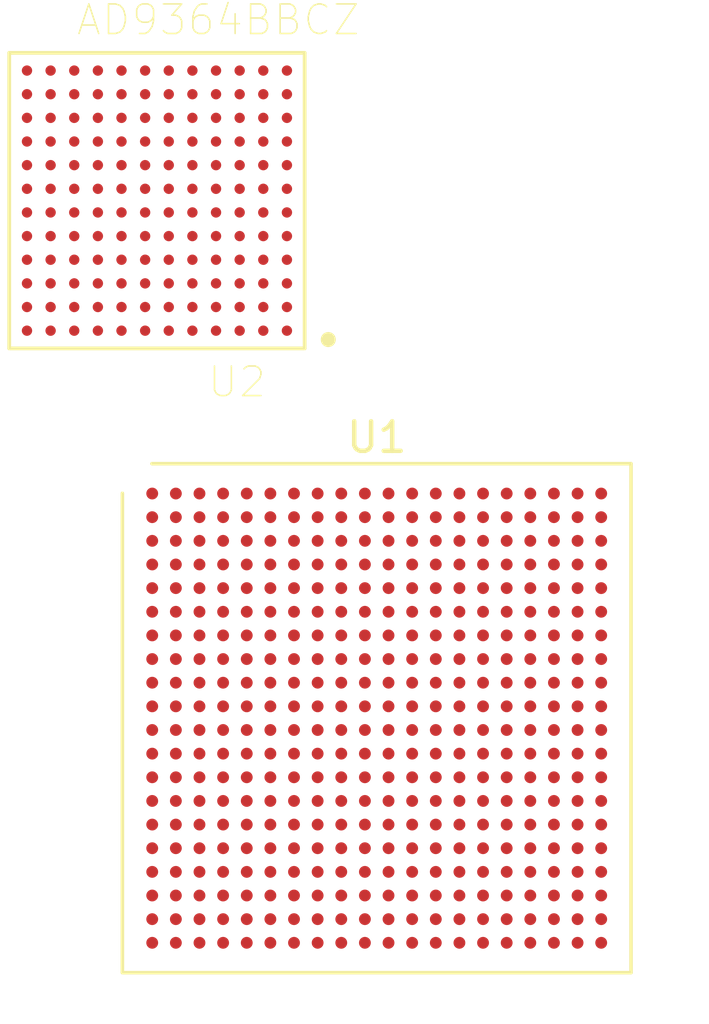
<source format=kicad_pcb>
(kicad_pcb (version 20171130) (host pcbnew "(5.1.4)-1")

  (general
    (thickness 1.6)
    (drawings 0)
    (tracks 0)
    (zones 0)
    (modules 2)
    (nets 99)
  )

  (page A4)
  (layers
    (0 F.Cu signal)
    (31 B.Cu signal)
    (32 B.Adhes user)
    (33 F.Adhes user)
    (34 B.Paste user)
    (35 F.Paste user)
    (36 B.SilkS user)
    (37 F.SilkS user)
    (38 B.Mask user)
    (39 F.Mask user)
    (40 Dwgs.User user)
    (41 Cmts.User user)
    (42 Eco1.User user)
    (43 Eco2.User user)
    (44 Edge.Cuts user)
    (45 Margin user)
    (46 B.CrtYd user)
    (47 F.CrtYd user)
    (48 B.Fab user)
    (49 F.Fab user)
  )

  (setup
    (last_trace_width 0.25)
    (trace_clearance 0.2)
    (zone_clearance 0.508)
    (zone_45_only no)
    (trace_min 0.2)
    (via_size 0.8)
    (via_drill 0.4)
    (via_min_size 0.4)
    (via_min_drill 0.3)
    (uvia_size 0.3)
    (uvia_drill 0.1)
    (uvias_allowed no)
    (uvia_min_size 0.2)
    (uvia_min_drill 0.1)
    (edge_width 0.1)
    (segment_width 0.2)
    (pcb_text_width 0.3)
    (pcb_text_size 1.5 1.5)
    (mod_edge_width 0.15)
    (mod_text_size 1 1)
    (mod_text_width 0.15)
    (pad_size 1.524 1.524)
    (pad_drill 0.762)
    (pad_to_mask_clearance 0)
    (aux_axis_origin 0 0)
    (visible_elements FFFFFF7F)
    (pcbplotparams
      (layerselection 0x010fc_ffffffff)
      (usegerberextensions false)
      (usegerberattributes false)
      (usegerberadvancedattributes false)
      (creategerberjobfile false)
      (excludeedgelayer true)
      (linewidth 0.100000)
      (plotframeref false)
      (viasonmask false)
      (mode 1)
      (useauxorigin false)
      (hpglpennumber 1)
      (hpglpenspeed 20)
      (hpglpendiameter 15.000000)
      (psnegative false)
      (psa4output false)
      (plotreference true)
      (plotvalue true)
      (plotinvisibletext false)
      (padsonsilk false)
      (subtractmaskfromsilk false)
      (outputformat 1)
      (mirror false)
      (drillshape 1)
      (scaleselection 1)
      (outputdirectory ""))
  )

  (net 0 "")
  (net 1 "Net-(U1-PadB20)")
  (net 2 "Net-(U1-PadB19)")
  (net 3 "Net-(U1-PadB18)")
  (net 4 "Net-(U1-PadB17)")
  (net 5 "Net-(U1-PadB16)")
  (net 6 "Net-(U1-PadB15)")
  (net 7 "Net-(U1-PadB14)")
  (net 8 "Net-(U1-PadB13)")
  (net 9 "Net-(U1-PadB12)")
  (net 10 "Net-(U1-PadB11)")
  (net 11 "Net-(U1-PadB10)")
  (net 12 "Net-(U1-PadB9)")
  (net 13 "Net-(U1-PadB8)")
  (net 14 "Net-(U1-PadB7)")
  (net 15 "Net-(U1-PadB6)")
  (net 16 "Net-(U1-PadB5)")
  (net 17 GPIO_3_TxRx)
  (net 18 GPIO_2_TxRx)
  (net 19 GPIO_1_TxRx)
  (net 20 GPIO_0_TxRx)
  (net 21 "Net-(U2-PadM12)")
  (net 22 GNDA)
  (net 23 "Net-(U2-PadK12)")
  (net 24 "Net-(U2-PadH12)")
  (net 25 "Net-(U2-PadG12)")
  (net 26 "Net-(U2-PadF12)")
  (net 27 "Net-(U2-PadD12)")
  (net 28 "Net-(U2-PadA12)")
  (net 29 "Net-(U2-PadM11)")
  (net 30 "Net-(U2-PadH11)")
  (net 31 "Net-(U2-PadG11)")
  (net 32 "Net-(U2-PadF11)")
  (net 33 "Net-(U2-PadB11)")
  (net 34 "Net-(U2-PadA11)")
  (net 35 "Net-(U2-PadM10)")
  (net 36 "Net-(U2-PadH10)")
  (net 37 "Net-(U2-PadB10)")
  (net 38 "Net-(U2-PadA10)")
  (net 39 "Net-(U2-PadM9)")
  (net 40 "Net-(U2-PadH9)")
  (net 41 "Net-(U2-PadG9)")
  (net 42 "Net-(U2-PadF9)")
  (net 43 "Net-(U2-PadB9)")
  (net 44 "Net-(U2-PadA9)")
  (net 45 "Net-(U2-PadM8)")
  (net 46 "Net-(U2-PadG8)")
  (net 47 "Net-(U2-PadB8)")
  (net 48 "Net-(U2-PadA8)")
  (net 49 "Net-(U2-PadM7)")
  (net 50 "Net-(U2-PadH7)")
  (net 51 "Net-(U2-PadG7)")
  (net 52 "Net-(U2-PadF7)")
  (net 53 "Net-(U2-PadA7)")
  (net 54 "Net-(U2-PadL6)")
  (net 55 "Net-(U2-PadK6)")
  (net 56 "Net-(U2-PadG6)")
  (net 57 "Net-(U2-PadF6)")
  (net 58 "Net-(U2-PadE6)")
  (net 59 "Net-(U2-PadD6)")
  (net 60 "Net-(U2-PadC6)")
  (net 61 "Net-(U2-PadM5)")
  (net 62 "Net-(U2-PadL5)")
  (net 63 "Net-(U2-PadK5)")
  (net 64 "Net-(U2-PadJ5)")
  (net 65 "Net-(U2-PadH5)")
  (net 66 "Net-(U2-PadF5)")
  (net 67 "Net-(U2-PadE5)")
  (net 68 "Net-(U2-PadD5)")
  (net 69 "Net-(U2-PadC5)")
  (net 70 "Net-(U2-PadL4)")
  (net 71 "Net-(U2-PadK4)")
  (net 72 "Net-(U2-PadJ4)")
  (net 73 "Net-(U2-PadH4)")
  (net 74 "Net-(U2-PadG4)")
  (net 75 "Net-(U2-PadF4)")
  (net 76 "Net-(U2-PadE4)")
  (net 77 "Net-(U2-PadD4)")
  (net 78 "Net-(U2-PadC4)")
  (net 79 "Net-(U2-PadM3)")
  (net 80 "Net-(U2-PadK3)")
  (net 81 "Net-(U2-PadJ3)")
  (net 82 "Net-(U2-PadG3)")
  (net 83 "Net-(U2-PadE3)")
  (net 84 "Net-(U2-PadD3)")
  (net 85 "Net-(U2-PadC3)")
  (net 86 "Net-(U2-PadB3)")
  (net 87 "Net-(U2-PadA3)")
  (net 88 "Net-(U2-PadM2)")
  (net 89 "Net-(U2-PadG2)")
  (net 90 "Net-(U2-PadF2)")
  (net 91 "Net-(U2-PadE2)")
  (net 92 "Net-(U2-PadD2)")
  (net 93 "Net-(U2-PadM1)")
  (net 94 "Net-(U2-PadL1)")
  (net 95 "Net-(U2-PadK1)")
  (net 96 "Net-(U2-PadJ1)")
  (net 97 "Net-(U2-PadH1)")
  (net 98 "Net-(U2-PadG1)")

  (net_class Default "This is the default net class."
    (clearance 0.2)
    (trace_width 0.25)
    (via_dia 0.8)
    (via_drill 0.4)
    (uvia_dia 0.3)
    (uvia_drill 0.1)
    (add_net GNDA)
    (add_net GPIO_0_TxRx)
    (add_net GPIO_1_TxRx)
    (add_net GPIO_2_TxRx)
    (add_net GPIO_3_TxRx)
    (add_net "Net-(U1-PadB10)")
    (add_net "Net-(U1-PadB11)")
    (add_net "Net-(U1-PadB12)")
    (add_net "Net-(U1-PadB13)")
    (add_net "Net-(U1-PadB14)")
    (add_net "Net-(U1-PadB15)")
    (add_net "Net-(U1-PadB16)")
    (add_net "Net-(U1-PadB17)")
    (add_net "Net-(U1-PadB18)")
    (add_net "Net-(U1-PadB19)")
    (add_net "Net-(U1-PadB20)")
    (add_net "Net-(U1-PadB5)")
    (add_net "Net-(U1-PadB6)")
    (add_net "Net-(U1-PadB7)")
    (add_net "Net-(U1-PadB8)")
    (add_net "Net-(U1-PadB9)")
    (add_net "Net-(U2-PadA10)")
    (add_net "Net-(U2-PadA11)")
    (add_net "Net-(U2-PadA12)")
    (add_net "Net-(U2-PadA3)")
    (add_net "Net-(U2-PadA7)")
    (add_net "Net-(U2-PadA8)")
    (add_net "Net-(U2-PadA9)")
    (add_net "Net-(U2-PadB10)")
    (add_net "Net-(U2-PadB11)")
    (add_net "Net-(U2-PadB3)")
    (add_net "Net-(U2-PadB8)")
    (add_net "Net-(U2-PadB9)")
    (add_net "Net-(U2-PadC3)")
    (add_net "Net-(U2-PadC4)")
    (add_net "Net-(U2-PadC5)")
    (add_net "Net-(U2-PadC6)")
    (add_net "Net-(U2-PadD12)")
    (add_net "Net-(U2-PadD2)")
    (add_net "Net-(U2-PadD3)")
    (add_net "Net-(U2-PadD4)")
    (add_net "Net-(U2-PadD5)")
    (add_net "Net-(U2-PadD6)")
    (add_net "Net-(U2-PadE2)")
    (add_net "Net-(U2-PadE3)")
    (add_net "Net-(U2-PadE4)")
    (add_net "Net-(U2-PadE5)")
    (add_net "Net-(U2-PadE6)")
    (add_net "Net-(U2-PadF11)")
    (add_net "Net-(U2-PadF12)")
    (add_net "Net-(U2-PadF2)")
    (add_net "Net-(U2-PadF4)")
    (add_net "Net-(U2-PadF5)")
    (add_net "Net-(U2-PadF6)")
    (add_net "Net-(U2-PadF7)")
    (add_net "Net-(U2-PadF9)")
    (add_net "Net-(U2-PadG1)")
    (add_net "Net-(U2-PadG11)")
    (add_net "Net-(U2-PadG12)")
    (add_net "Net-(U2-PadG2)")
    (add_net "Net-(U2-PadG3)")
    (add_net "Net-(U2-PadG4)")
    (add_net "Net-(U2-PadG6)")
    (add_net "Net-(U2-PadG7)")
    (add_net "Net-(U2-PadG8)")
    (add_net "Net-(U2-PadG9)")
    (add_net "Net-(U2-PadH1)")
    (add_net "Net-(U2-PadH10)")
    (add_net "Net-(U2-PadH11)")
    (add_net "Net-(U2-PadH12)")
    (add_net "Net-(U2-PadH4)")
    (add_net "Net-(U2-PadH5)")
    (add_net "Net-(U2-PadH7)")
    (add_net "Net-(U2-PadH9)")
    (add_net "Net-(U2-PadJ1)")
    (add_net "Net-(U2-PadJ3)")
    (add_net "Net-(U2-PadJ4)")
    (add_net "Net-(U2-PadJ5)")
    (add_net "Net-(U2-PadK1)")
    (add_net "Net-(U2-PadK12)")
    (add_net "Net-(U2-PadK3)")
    (add_net "Net-(U2-PadK4)")
    (add_net "Net-(U2-PadK5)")
    (add_net "Net-(U2-PadK6)")
    (add_net "Net-(U2-PadL1)")
    (add_net "Net-(U2-PadL4)")
    (add_net "Net-(U2-PadL5)")
    (add_net "Net-(U2-PadL6)")
    (add_net "Net-(U2-PadM1)")
    (add_net "Net-(U2-PadM10)")
    (add_net "Net-(U2-PadM11)")
    (add_net "Net-(U2-PadM12)")
    (add_net "Net-(U2-PadM2)")
    (add_net "Net-(U2-PadM3)")
    (add_net "Net-(U2-PadM5)")
    (add_net "Net-(U2-PadM7)")
    (add_net "Net-(U2-PadM8)")
    (add_net "Net-(U2-PadM9)")
  )

  (module BGA144C80P12X12_1000X1000X170:BGA144C80P12X12_1000X1000X170 (layer F.Cu) (tedit 0) (tstamp 5DDB5543)
    (at 141.41 97.2 180)
    (path /5DDAC124/5DDB81DD/5DDDB38D)
    (attr smd)
    (fp_text reference U2 (at -2.71 -6.135) (layer F.SilkS)
      (effects (font (size 1 1) (thickness 0.05)))
    )
    (fp_text value AD9364BBCZ (at -2.075 6.115) (layer F.SilkS)
      (effects (font (size 1 1) (thickness 0.05)))
    )
    (fp_poly (pts (xy -5 -5) (xy -3.75 -5) (xy -3.75 -3.75) (xy -5 -3.75)) (layer Eco2.User) (width 0))
    (fp_line (start -5.25 5.25) (end -5.25 -5.25) (layer Eco1.User) (width 0.127))
    (fp_line (start 5.25 5.25) (end -5.25 5.25) (layer Eco1.User) (width 0.127))
    (fp_line (start 5.25 -5.25) (end 5.25 5.25) (layer Eco1.User) (width 0.127))
    (fp_line (start -5.25 -5.25) (end 5.25 -5.25) (layer Eco1.User) (width 0.127))
    (fp_circle (center -5.8 -4.7) (end -5.546 -4.7) (layer F.SilkS) (width 0))
    (fp_line (start -5 5) (end -5 -5) (layer F.SilkS) (width 0.127))
    (fp_line (start 5 5) (end -5 5) (layer F.SilkS) (width 0.127))
    (fp_line (start 5 -5) (end 5 5) (layer F.SilkS) (width 0.127))
    (fp_line (start -5 -5) (end 5 -5) (layer F.SilkS) (width 0.127))
    (pad M12 smd circle (at 4.4 4.4 180) (size 0.35 0.35) (layers F.Cu F.Paste F.Mask)
      (net 21 "Net-(U2-PadM12)"))
    (pad L12 smd circle (at 4.4 3.6 180) (size 0.35 0.35) (layers F.Cu F.Paste F.Mask)
      (net 22 GNDA))
    (pad K12 smd circle (at 4.4 2.8 180) (size 0.35 0.35) (layers F.Cu F.Paste F.Mask)
      (net 23 "Net-(U2-PadK12)"))
    (pad J12 smd circle (at 4.4 2 180) (size 0.35 0.35) (layers F.Cu F.Paste F.Mask))
    (pad H12 smd circle (at 4.4 1.2 180) (size 0.35 0.35) (layers F.Cu F.Paste F.Mask)
      (net 24 "Net-(U2-PadH12)"))
    (pad G12 smd circle (at 4.4 0.4 180) (size 0.35 0.35) (layers F.Cu F.Paste F.Mask)
      (net 25 "Net-(U2-PadG12)"))
    (pad F12 smd circle (at 4.4 -0.4 180) (size 0.35 0.35) (layers F.Cu F.Paste F.Mask)
      (net 26 "Net-(U2-PadF12)"))
    (pad E12 smd circle (at 4.4 -1.2 180) (size 0.35 0.35) (layers F.Cu F.Paste F.Mask))
    (pad D12 smd circle (at 4.4 -2 180) (size 0.35 0.35) (layers F.Cu F.Paste F.Mask)
      (net 27 "Net-(U2-PadD12)"))
    (pad C12 smd circle (at 4.4 -2.8 180) (size 0.35 0.35) (layers F.Cu F.Paste F.Mask)
      (net 22 GNDA))
    (pad B12 smd circle (at 4.4 -3.6 180) (size 0.35 0.35) (layers F.Cu F.Paste F.Mask)
      (net 22 GNDA))
    (pad A12 smd circle (at 4.4 -4.4 180) (size 0.35 0.35) (layers F.Cu F.Paste F.Mask)
      (net 28 "Net-(U2-PadA12)"))
    (pad M11 smd circle (at 3.6 4.4 180) (size 0.35 0.35) (layers F.Cu F.Paste F.Mask)
      (net 29 "Net-(U2-PadM11)"))
    (pad L11 smd circle (at 3.6 3.6 180) (size 0.35 0.35) (layers F.Cu F.Paste F.Mask)
      (net 22 GNDA))
    (pad K11 smd circle (at 3.6 2.8 180) (size 0.35 0.35) (layers F.Cu F.Paste F.Mask))
    (pad J11 smd circle (at 3.6 2 180) (size 0.35 0.35) (layers F.Cu F.Paste F.Mask))
    (pad H11 smd circle (at 3.6 1.2 180) (size 0.35 0.35) (layers F.Cu F.Paste F.Mask)
      (net 30 "Net-(U2-PadH11)"))
    (pad G11 smd circle (at 3.6 0.4 180) (size 0.35 0.35) (layers F.Cu F.Paste F.Mask)
      (net 31 "Net-(U2-PadG11)"))
    (pad F11 smd circle (at 3.6 -0.4 180) (size 0.35 0.35) (layers F.Cu F.Paste F.Mask)
      (net 32 "Net-(U2-PadF11)"))
    (pad E11 smd circle (at 3.6 -1.2 180) (size 0.35 0.35) (layers F.Cu F.Paste F.Mask))
    (pad D11 smd circle (at 3.6 -2 180) (size 0.35 0.35) (layers F.Cu F.Paste F.Mask))
    (pad C11 smd circle (at 3.6 -2.8 180) (size 0.35 0.35) (layers F.Cu F.Paste F.Mask)
      (net 22 GNDA))
    (pad B11 smd circle (at 3.6 -3.6 180) (size 0.35 0.35) (layers F.Cu F.Paste F.Mask)
      (net 33 "Net-(U2-PadB11)"))
    (pad A11 smd circle (at 3.6 -4.4 180) (size 0.35 0.35) (layers F.Cu F.Paste F.Mask)
      (net 34 "Net-(U2-PadA11)"))
    (pad M10 smd circle (at 2.8 4.4 180) (size 0.35 0.35) (layers F.Cu F.Paste F.Mask)
      (net 35 "Net-(U2-PadM10)"))
    (pad L10 smd circle (at 2.8 3.6 180) (size 0.35 0.35) (layers F.Cu F.Paste F.Mask)
      (net 22 GNDA))
    (pad K10 smd circle (at 2.8 2.8 180) (size 0.35 0.35) (layers F.Cu F.Paste F.Mask))
    (pad J10 smd circle (at 2.8 2 180) (size 0.35 0.35) (layers F.Cu F.Paste F.Mask))
    (pad H10 smd circle (at 2.8 1.2 180) (size 0.35 0.35) (layers F.Cu F.Paste F.Mask)
      (net 36 "Net-(U2-PadH10)"))
    (pad G10 smd circle (at 2.8 0.4 180) (size 0.35 0.35) (layers F.Cu F.Paste F.Mask))
    (pad F10 smd circle (at 2.8 -0.4 180) (size 0.35 0.35) (layers F.Cu F.Paste F.Mask))
    (pad E10 smd circle (at 2.8 -1.2 180) (size 0.35 0.35) (layers F.Cu F.Paste F.Mask))
    (pad D10 smd circle (at 2.8 -2 180) (size 0.35 0.35) (layers F.Cu F.Paste F.Mask))
    (pad C10 smd circle (at 2.8 -2.8 180) (size 0.35 0.35) (layers F.Cu F.Paste F.Mask)
      (net 22 GNDA))
    (pad B10 smd circle (at 2.8 -3.6 180) (size 0.35 0.35) (layers F.Cu F.Paste F.Mask)
      (net 37 "Net-(U2-PadB10)"))
    (pad A10 smd circle (at 2.8 -4.4 180) (size 0.35 0.35) (layers F.Cu F.Paste F.Mask)
      (net 38 "Net-(U2-PadA10)"))
    (pad M9 smd circle (at 2 4.4 180) (size 0.35 0.35) (layers F.Cu F.Paste F.Mask)
      (net 39 "Net-(U2-PadM9)"))
    (pad L9 smd circle (at 2 3.6 180) (size 0.35 0.35) (layers F.Cu F.Paste F.Mask)
      (net 22 GNDA))
    (pad K9 smd circle (at 2 2.8 180) (size 0.35 0.35) (layers F.Cu F.Paste F.Mask))
    (pad J9 smd circle (at 2 2 180) (size 0.35 0.35) (layers F.Cu F.Paste F.Mask))
    (pad H9 smd circle (at 2 1.2 180) (size 0.35 0.35) (layers F.Cu F.Paste F.Mask)
      (net 40 "Net-(U2-PadH9)"))
    (pad G9 smd circle (at 2 0.4 180) (size 0.35 0.35) (layers F.Cu F.Paste F.Mask)
      (net 41 "Net-(U2-PadG9)"))
    (pad F9 smd circle (at 2 -0.4 180) (size 0.35 0.35) (layers F.Cu F.Paste F.Mask)
      (net 42 "Net-(U2-PadF9)"))
    (pad E9 smd circle (at 2 -1.2 180) (size 0.35 0.35) (layers F.Cu F.Paste F.Mask))
    (pad D9 smd circle (at 2 -2 180) (size 0.35 0.35) (layers F.Cu F.Paste F.Mask))
    (pad C9 smd circle (at 2 -2.8 180) (size 0.35 0.35) (layers F.Cu F.Paste F.Mask)
      (net 22 GNDA))
    (pad B9 smd circle (at 2 -3.6 180) (size 0.35 0.35) (layers F.Cu F.Paste F.Mask)
      (net 43 "Net-(U2-PadB9)"))
    (pad A9 smd circle (at 2 -4.4 180) (size 0.35 0.35) (layers F.Cu F.Paste F.Mask)
      (net 44 "Net-(U2-PadA9)"))
    (pad M8 smd circle (at 1.2 4.4 180) (size 0.35 0.35) (layers F.Cu F.Paste F.Mask)
      (net 45 "Net-(U2-PadM8)"))
    (pad L8 smd circle (at 1.2 3.6 180) (size 0.35 0.35) (layers F.Cu F.Paste F.Mask)
      (net 22 GNDA))
    (pad K8 smd circle (at 1.2 2.8 180) (size 0.35 0.35) (layers F.Cu F.Paste F.Mask))
    (pad J8 smd circle (at 1.2 2 180) (size 0.35 0.35) (layers F.Cu F.Paste F.Mask))
    (pad H8 smd circle (at 1.2 1.2 180) (size 0.35 0.35) (layers F.Cu F.Paste F.Mask))
    (pad G8 smd circle (at 1.2 0.4 180) (size 0.35 0.35) (layers F.Cu F.Paste F.Mask)
      (net 46 "Net-(U2-PadG8)"))
    (pad F8 smd circle (at 1.2 -0.4 180) (size 0.35 0.35) (layers F.Cu F.Paste F.Mask))
    (pad E8 smd circle (at 1.2 -1.2 180) (size 0.35 0.35) (layers F.Cu F.Paste F.Mask))
    (pad D8 smd circle (at 1.2 -2 180) (size 0.35 0.35) (layers F.Cu F.Paste F.Mask))
    (pad C8 smd circle (at 1.2 -2.8 180) (size 0.35 0.35) (layers F.Cu F.Paste F.Mask)
      (net 22 GNDA))
    (pad B8 smd circle (at 1.2 -3.6 180) (size 0.35 0.35) (layers F.Cu F.Paste F.Mask)
      (net 47 "Net-(U2-PadB8)"))
    (pad A8 smd circle (at 1.2 -4.4 180) (size 0.35 0.35) (layers F.Cu F.Paste F.Mask)
      (net 48 "Net-(U2-PadA8)"))
    (pad M7 smd circle (at 0.4 4.4 180) (size 0.35 0.35) (layers F.Cu F.Paste F.Mask)
      (net 49 "Net-(U2-PadM7)"))
    (pad L7 smd circle (at 0.4 3.6 180) (size 0.35 0.35) (layers F.Cu F.Paste F.Mask)
      (net 22 GNDA))
    (pad K7 smd circle (at 0.4 2.8 180) (size 0.35 0.35) (layers F.Cu F.Paste F.Mask))
    (pad J7 smd circle (at 0.4 2 180) (size 0.35 0.35) (layers F.Cu F.Paste F.Mask))
    (pad H7 smd circle (at 0.4 1.2 180) (size 0.35 0.35) (layers F.Cu F.Paste F.Mask)
      (net 50 "Net-(U2-PadH7)"))
    (pad G7 smd circle (at 0.4 0.4 180) (size 0.35 0.35) (layers F.Cu F.Paste F.Mask)
      (net 51 "Net-(U2-PadG7)"))
    (pad F7 smd circle (at 0.4 -0.4 180) (size 0.35 0.35) (layers F.Cu F.Paste F.Mask)
      (net 52 "Net-(U2-PadF7)"))
    (pad E7 smd circle (at 0.4 -1.2 180) (size 0.35 0.35) (layers F.Cu F.Paste F.Mask))
    (pad D7 smd circle (at 0.4 -2 180) (size 0.35 0.35) (layers F.Cu F.Paste F.Mask))
    (pad C7 smd circle (at 0.4 -2.8 180) (size 0.35 0.35) (layers F.Cu F.Paste F.Mask)
      (net 22 GNDA))
    (pad B7 smd circle (at 0.4 -3.6 180) (size 0.35 0.35) (layers F.Cu F.Paste F.Mask)
      (net 20 GPIO_0_TxRx))
    (pad A7 smd circle (at 0.4 -4.4 180) (size 0.35 0.35) (layers F.Cu F.Paste F.Mask)
      (net 53 "Net-(U2-PadA7)"))
    (pad M6 smd circle (at -0.4 4.4 180) (size 0.35 0.35) (layers F.Cu F.Paste F.Mask)
      (net 22 GNDA))
    (pad L6 smd circle (at -0.4 3.6 180) (size 0.35 0.35) (layers F.Cu F.Paste F.Mask)
      (net 54 "Net-(U2-PadL6)"))
    (pad K6 smd circle (at -0.4 2.8 180) (size 0.35 0.35) (layers F.Cu F.Paste F.Mask)
      (net 55 "Net-(U2-PadK6)"))
    (pad J6 smd circle (at -0.4 2 180) (size 0.35 0.35) (layers F.Cu F.Paste F.Mask))
    (pad H6 smd circle (at -0.4 1.2 180) (size 0.35 0.35) (layers F.Cu F.Paste F.Mask)
      (net 22 GNDA))
    (pad G6 smd circle (at -0.4 0.4 180) (size 0.35 0.35) (layers F.Cu F.Paste F.Mask)
      (net 56 "Net-(U2-PadG6)"))
    (pad F6 smd circle (at -0.4 -0.4 180) (size 0.35 0.35) (layers F.Cu F.Paste F.Mask)
      (net 57 "Net-(U2-PadF6)"))
    (pad E6 smd circle (at -0.4 -1.2 180) (size 0.35 0.35) (layers F.Cu F.Paste F.Mask)
      (net 58 "Net-(U2-PadE6)"))
    (pad D6 smd circle (at -0.4 -2 180) (size 0.35 0.35) (layers F.Cu F.Paste F.Mask)
      (net 59 "Net-(U2-PadD6)"))
    (pad C6 smd circle (at -0.4 -2.8 180) (size 0.35 0.35) (layers F.Cu F.Paste F.Mask)
      (net 60 "Net-(U2-PadC6)"))
    (pad B6 smd circle (at -0.4 -3.6 180) (size 0.35 0.35) (layers F.Cu F.Paste F.Mask)
      (net 19 GPIO_1_TxRx))
    (pad A6 smd circle (at -0.4 -4.4 180) (size 0.35 0.35) (layers F.Cu F.Paste F.Mask)
      (net 22 GNDA))
    (pad M5 smd circle (at -1.2 4.4 180) (size 0.35 0.35) (layers F.Cu F.Paste F.Mask)
      (net 61 "Net-(U2-PadM5)"))
    (pad L5 smd circle (at -1.2 3.6 180) (size 0.35 0.35) (layers F.Cu F.Paste F.Mask)
      (net 62 "Net-(U2-PadL5)"))
    (pad K5 smd circle (at -1.2 2.8 180) (size 0.35 0.35) (layers F.Cu F.Paste F.Mask)
      (net 63 "Net-(U2-PadK5)"))
    (pad J5 smd circle (at -1.2 2 180) (size 0.35 0.35) (layers F.Cu F.Paste F.Mask)
      (net 64 "Net-(U2-PadJ5)"))
    (pad H5 smd circle (at -1.2 1.2 180) (size 0.35 0.35) (layers F.Cu F.Paste F.Mask)
      (net 65 "Net-(U2-PadH5)"))
    (pad G5 smd circle (at -1.2 0.4 180) (size 0.35 0.35) (layers F.Cu F.Paste F.Mask))
    (pad F5 smd circle (at -1.2 -0.4 180) (size 0.35 0.35) (layers F.Cu F.Paste F.Mask)
      (net 66 "Net-(U2-PadF5)"))
    (pad E5 smd circle (at -1.2 -1.2 180) (size 0.35 0.35) (layers F.Cu F.Paste F.Mask)
      (net 67 "Net-(U2-PadE5)"))
    (pad D5 smd circle (at -1.2 -2 180) (size 0.35 0.35) (layers F.Cu F.Paste F.Mask)
      (net 68 "Net-(U2-PadD5)"))
    (pad C5 smd circle (at -1.2 -2.8 180) (size 0.35 0.35) (layers F.Cu F.Paste F.Mask)
      (net 69 "Net-(U2-PadC5)"))
    (pad B5 smd circle (at -1.2 -3.6 180) (size 0.35 0.35) (layers F.Cu F.Paste F.Mask)
      (net 18 GPIO_2_TxRx))
    (pad A5 smd circle (at -1.2 -4.4 180) (size 0.35 0.35) (layers F.Cu F.Paste F.Mask)
      (net 22 GNDA))
    (pad M4 smd circle (at -2 4.4 180) (size 0.35 0.35) (layers F.Cu F.Paste F.Mask)
      (net 22 GNDA))
    (pad L4 smd circle (at -2 3.6 180) (size 0.35 0.35) (layers F.Cu F.Paste F.Mask)
      (net 70 "Net-(U2-PadL4)"))
    (pad K4 smd circle (at -2 2.8 180) (size 0.35 0.35) (layers F.Cu F.Paste F.Mask)
      (net 71 "Net-(U2-PadK4)"))
    (pad J4 smd circle (at -2 2 180) (size 0.35 0.35) (layers F.Cu F.Paste F.Mask)
      (net 72 "Net-(U2-PadJ4)"))
    (pad H4 smd circle (at -2 1.2 180) (size 0.35 0.35) (layers F.Cu F.Paste F.Mask)
      (net 73 "Net-(U2-PadH4)"))
    (pad G4 smd circle (at -2 0.4 180) (size 0.35 0.35) (layers F.Cu F.Paste F.Mask)
      (net 74 "Net-(U2-PadG4)"))
    (pad F4 smd circle (at -2 -0.4 180) (size 0.35 0.35) (layers F.Cu F.Paste F.Mask)
      (net 75 "Net-(U2-PadF4)"))
    (pad E4 smd circle (at -2 -1.2 180) (size 0.35 0.35) (layers F.Cu F.Paste F.Mask)
      (net 76 "Net-(U2-PadE4)"))
    (pad D4 smd circle (at -2 -2 180) (size 0.35 0.35) (layers F.Cu F.Paste F.Mask)
      (net 77 "Net-(U2-PadD4)"))
    (pad C4 smd circle (at -2 -2.8 180) (size 0.35 0.35) (layers F.Cu F.Paste F.Mask)
      (net 78 "Net-(U2-PadC4)"))
    (pad B4 smd circle (at -2 -3.6 180) (size 0.35 0.35) (layers F.Cu F.Paste F.Mask)
      (net 17 GPIO_3_TxRx))
    (pad A4 smd circle (at -2 -4.4 180) (size 0.35 0.35) (layers F.Cu F.Paste F.Mask)
      (net 22 GNDA))
    (pad M3 smd circle (at -2.8 4.4 180) (size 0.35 0.35) (layers F.Cu F.Paste F.Mask)
      (net 79 "Net-(U2-PadM3)"))
    (pad L3 smd circle (at -2.8 3.6 180) (size 0.35 0.35) (layers F.Cu F.Paste F.Mask)
      (net 22 GNDA))
    (pad K3 smd circle (at -2.8 2.8 180) (size 0.35 0.35) (layers F.Cu F.Paste F.Mask)
      (net 80 "Net-(U2-PadK3)"))
    (pad J3 smd circle (at -2.8 2 180) (size 0.35 0.35) (layers F.Cu F.Paste F.Mask)
      (net 81 "Net-(U2-PadJ3)"))
    (pad H3 smd circle (at -2.8 1.2 180) (size 0.35 0.35) (layers F.Cu F.Paste F.Mask)
      (net 22 GNDA))
    (pad G3 smd circle (at -2.8 0.4 180) (size 0.35 0.35) (layers F.Cu F.Paste F.Mask)
      (net 82 "Net-(U2-PadG3)"))
    (pad F3 smd circle (at -2.8 -0.4 180) (size 0.35 0.35) (layers F.Cu F.Paste F.Mask)
      (net 22 GNDA))
    (pad E3 smd circle (at -2.8 -1.2 180) (size 0.35 0.35) (layers F.Cu F.Paste F.Mask)
      (net 83 "Net-(U2-PadE3)"))
    (pad D3 smd circle (at -2.8 -2 180) (size 0.35 0.35) (layers F.Cu F.Paste F.Mask)
      (net 84 "Net-(U2-PadD3)"))
    (pad C3 smd circle (at -2.8 -2.8 180) (size 0.35 0.35) (layers F.Cu F.Paste F.Mask)
      (net 85 "Net-(U2-PadC3)"))
    (pad B3 smd circle (at -2.8 -3.6 180) (size 0.35 0.35) (layers F.Cu F.Paste F.Mask)
      (net 86 "Net-(U2-PadB3)"))
    (pad A3 smd circle (at -2.8 -4.4 180) (size 0.35 0.35) (layers F.Cu F.Paste F.Mask)
      (net 87 "Net-(U2-PadA3)"))
    (pad M2 smd circle (at -3.6 4.4 180) (size 0.35 0.35) (layers F.Cu F.Paste F.Mask)
      (net 88 "Net-(U2-PadM2)"))
    (pad L2 smd circle (at -3.6 3.6 180) (size 0.35 0.35) (layers F.Cu F.Paste F.Mask)
      (net 22 GNDA))
    (pad K2 smd circle (at -3.6 2.8 180) (size 0.35 0.35) (layers F.Cu F.Paste F.Mask)
      (net 22 GNDA))
    (pad J2 smd circle (at -3.6 2 180) (size 0.35 0.35) (layers F.Cu F.Paste F.Mask)
      (net 22 GNDA))
    (pad H2 smd circle (at -3.6 1.2 180) (size 0.35 0.35) (layers F.Cu F.Paste F.Mask)
      (net 22 GNDA))
    (pad G2 smd circle (at -3.6 0.4 180) (size 0.35 0.35) (layers F.Cu F.Paste F.Mask)
      (net 89 "Net-(U2-PadG2)"))
    (pad F2 smd circle (at -3.6 -0.4 180) (size 0.35 0.35) (layers F.Cu F.Paste F.Mask)
      (net 90 "Net-(U2-PadF2)"))
    (pad E2 smd circle (at -3.6 -1.2 180) (size 0.35 0.35) (layers F.Cu F.Paste F.Mask)
      (net 91 "Net-(U2-PadE2)"))
    (pad D2 smd circle (at -3.6 -2 180) (size 0.35 0.35) (layers F.Cu F.Paste F.Mask)
      (net 92 "Net-(U2-PadD2)"))
    (pad C2 smd circle (at -3.6 -2.8 180) (size 0.35 0.35) (layers F.Cu F.Paste F.Mask)
      (net 22 GNDA))
    (pad B2 smd circle (at -3.6 -3.6 180) (size 0.35 0.35) (layers F.Cu F.Paste F.Mask)
      (net 22 GNDA))
    (pad A2 smd circle (at -3.6 -4.4 180) (size 0.35 0.35) (layers F.Cu F.Paste F.Mask)
      (net 22 GNDA))
    (pad M1 smd circle (at -4.4 4.4 180) (size 0.35 0.35) (layers F.Cu F.Paste F.Mask)
      (net 93 "Net-(U2-PadM1)"))
    (pad L1 smd circle (at -4.4 3.6 180) (size 0.35 0.35) (layers F.Cu F.Paste F.Mask)
      (net 94 "Net-(U2-PadL1)"))
    (pad K1 smd circle (at -4.4 2.8 180) (size 0.35 0.35) (layers F.Cu F.Paste F.Mask)
      (net 95 "Net-(U2-PadK1)"))
    (pad J1 smd circle (at -4.4 2 180) (size 0.35 0.35) (layers F.Cu F.Paste F.Mask)
      (net 96 "Net-(U2-PadJ1)"))
    (pad H1 smd circle (at -4.4 1.2 180) (size 0.35 0.35) (layers F.Cu F.Paste F.Mask)
      (net 97 "Net-(U2-PadH1)"))
    (pad G1 smd circle (at -4.4 0.4 180) (size 0.35 0.35) (layers F.Cu F.Paste F.Mask)
      (net 98 "Net-(U2-PadG1)"))
    (pad F1 smd circle (at -4.4 -0.4 180) (size 0.35 0.35) (layers F.Cu F.Paste F.Mask)
      (net 22 GNDA))
    (pad E1 smd circle (at -4.4 -1.2 180) (size 0.35 0.35) (layers F.Cu F.Paste F.Mask)
      (net 22 GNDA))
    (pad D1 smd circle (at -4.4 -2 180) (size 0.35 0.35) (layers F.Cu F.Paste F.Mask)
      (net 22 GNDA))
    (pad C1 smd circle (at -4.4 -2.8 180) (size 0.35 0.35) (layers F.Cu F.Paste F.Mask)
      (net 22 GNDA))
    (pad B1 smd circle (at -4.4 -3.6 180) (size 0.35 0.35) (layers F.Cu F.Paste F.Mask)
      (net 22 GNDA))
    (pad A1 smd circle (at -4.4 -4.4 180) (size 0.35 0.35) (layers F.Cu F.Paste F.Mask)
      (net 22 GNDA))
  )

  (module Package_BGA:Xilinx_CLG400 (layer F.Cu) (tedit 5CDADFA9) (tstamp 5DDB54A5)
    (at 148.85 114.71)
    (descr "Zynq-7000 BGA, 20x20 grid, 17x17mm package, 0.8mm pitch; https://www.xilinx.com/support/documentation/user_guides/ug865-Zynq-7000-Pkg-Pinout.pdf#page=78, NSMD pad definition Appendix A")
    (tags "BGA 400 0.8 CLG400 CL400")
    (path /5DE35227/5DDDC62C/5DDDDC60)
    (solder_mask_margin 0.05)
    (attr smd)
    (fp_text reference U1 (at 0 -9.5) (layer F.SilkS)
      (effects (font (size 1 1) (thickness 0.15)))
    )
    (fp_text value XC7010-1CLG400C_AzizFaozi (at 0 9.5) (layer F.Fab)
      (effects (font (size 1 1) (thickness 0.15)))
    )
    (fp_text user %R (at 0 0) (layer F.Fab)
      (effects (font (size 1 1) (thickness 0.15)))
    )
    (fp_line (start -8.61 8.61) (end -8.61 -7.61) (layer F.SilkS) (width 0.12))
    (fp_line (start 8.61 8.61) (end -8.61 8.61) (layer F.SilkS) (width 0.12))
    (fp_line (start 8.61 -8.61) (end 8.61 8.61) (layer F.SilkS) (width 0.12))
    (fp_line (start -7.61 -8.61) (end 8.61 -8.61) (layer F.SilkS) (width 0.12))
    (fp_line (start 9.5 -9.5) (end -9.5 -9.5) (layer F.CrtYd) (width 0.05))
    (fp_line (start 9.5 9.5) (end 9.5 -9.5) (layer F.CrtYd) (width 0.05))
    (fp_line (start -9.5 9.5) (end 9.5 9.5) (layer F.CrtYd) (width 0.05))
    (fp_line (start -9.5 -9.5) (end -9.5 9.5) (layer F.CrtYd) (width 0.05))
    (fp_line (start 8.5 -8.5) (end 8.5 8.5) (layer F.Fab) (width 0.1))
    (fp_line (start -7.5 -8.5) (end 8.5 -8.5) (layer F.Fab) (width 0.1))
    (fp_line (start -8.5 -7.5) (end -7.5 -8.5) (layer F.Fab) (width 0.1))
    (fp_line (start -8.5 8.5) (end -8.5 -7.5) (layer F.Fab) (width 0.1))
    (fp_line (start 8.5 8.5) (end -8.5 8.5) (layer F.Fab) (width 0.1))
    (pad Y20 smd circle (at 7.6 7.6) (size 0.4 0.4) (layers F.Cu F.Paste F.Mask))
    (pad Y19 smd circle (at 6.8 7.6) (size 0.4 0.4) (layers F.Cu F.Paste F.Mask))
    (pad Y18 smd circle (at 6 7.6) (size 0.4 0.4) (layers F.Cu F.Paste F.Mask))
    (pad Y17 smd circle (at 5.2 7.6) (size 0.4 0.4) (layers F.Cu F.Paste F.Mask))
    (pad Y16 smd circle (at 4.4 7.6) (size 0.4 0.4) (layers F.Cu F.Paste F.Mask))
    (pad Y15 smd circle (at 3.6 7.6) (size 0.4 0.4) (layers F.Cu F.Paste F.Mask))
    (pad Y14 smd circle (at 2.8 7.6) (size 0.4 0.4) (layers F.Cu F.Paste F.Mask))
    (pad Y13 smd circle (at 2 7.6) (size 0.4 0.4) (layers F.Cu F.Paste F.Mask))
    (pad Y12 smd circle (at 1.2 7.6) (size 0.4 0.4) (layers F.Cu F.Paste F.Mask))
    (pad Y11 smd circle (at 0.4 7.6) (size 0.4 0.4) (layers F.Cu F.Paste F.Mask))
    (pad Y10 smd circle (at -0.4 7.6) (size 0.4 0.4) (layers F.Cu F.Paste F.Mask))
    (pad Y9 smd circle (at -1.2 7.6) (size 0.4 0.4) (layers F.Cu F.Paste F.Mask))
    (pad Y8 smd circle (at -2 7.6) (size 0.4 0.4) (layers F.Cu F.Paste F.Mask))
    (pad Y7 smd circle (at -2.8 7.6) (size 0.4 0.4) (layers F.Cu F.Paste F.Mask))
    (pad Y6 smd circle (at -3.6 7.6) (size 0.4 0.4) (layers F.Cu F.Paste F.Mask))
    (pad Y5 smd circle (at -4.4 7.6) (size 0.4 0.4) (layers F.Cu F.Paste F.Mask))
    (pad Y4 smd circle (at -5.2 7.6) (size 0.4 0.4) (layers F.Cu F.Paste F.Mask))
    (pad Y3 smd circle (at -6 7.6) (size 0.4 0.4) (layers F.Cu F.Paste F.Mask))
    (pad Y2 smd circle (at -6.8 7.6) (size 0.4 0.4) (layers F.Cu F.Paste F.Mask))
    (pad Y1 smd circle (at -7.6 7.6) (size 0.4 0.4) (layers F.Cu F.Paste F.Mask))
    (pad W20 smd circle (at 7.6 6.8) (size 0.4 0.4) (layers F.Cu F.Paste F.Mask))
    (pad W19 smd circle (at 6.8 6.8) (size 0.4 0.4) (layers F.Cu F.Paste F.Mask))
    (pad W18 smd circle (at 6 6.8) (size 0.4 0.4) (layers F.Cu F.Paste F.Mask))
    (pad W17 smd circle (at 5.2 6.8) (size 0.4 0.4) (layers F.Cu F.Paste F.Mask))
    (pad W16 smd circle (at 4.4 6.8) (size 0.4 0.4) (layers F.Cu F.Paste F.Mask))
    (pad W15 smd circle (at 3.6 6.8) (size 0.4 0.4) (layers F.Cu F.Paste F.Mask))
    (pad W14 smd circle (at 2.8 6.8) (size 0.4 0.4) (layers F.Cu F.Paste F.Mask))
    (pad W13 smd circle (at 2 6.8) (size 0.4 0.4) (layers F.Cu F.Paste F.Mask))
    (pad W12 smd circle (at 1.2 6.8) (size 0.4 0.4) (layers F.Cu F.Paste F.Mask))
    (pad W11 smd circle (at 0.4 6.8) (size 0.4 0.4) (layers F.Cu F.Paste F.Mask))
    (pad W10 smd circle (at -0.4 6.8) (size 0.4 0.4) (layers F.Cu F.Paste F.Mask))
    (pad W9 smd circle (at -1.2 6.8) (size 0.4 0.4) (layers F.Cu F.Paste F.Mask))
    (pad W8 smd circle (at -2 6.8) (size 0.4 0.4) (layers F.Cu F.Paste F.Mask))
    (pad W7 smd circle (at -2.8 6.8) (size 0.4 0.4) (layers F.Cu F.Paste F.Mask))
    (pad W6 smd circle (at -3.6 6.8) (size 0.4 0.4) (layers F.Cu F.Paste F.Mask))
    (pad W5 smd circle (at -4.4 6.8) (size 0.4 0.4) (layers F.Cu F.Paste F.Mask))
    (pad W4 smd circle (at -5.2 6.8) (size 0.4 0.4) (layers F.Cu F.Paste F.Mask))
    (pad W3 smd circle (at -6 6.8) (size 0.4 0.4) (layers F.Cu F.Paste F.Mask))
    (pad W2 smd circle (at -6.8 6.8) (size 0.4 0.4) (layers F.Cu F.Paste F.Mask))
    (pad W1 smd circle (at -7.6 6.8) (size 0.4 0.4) (layers F.Cu F.Paste F.Mask))
    (pad V20 smd circle (at 7.6 6) (size 0.4 0.4) (layers F.Cu F.Paste F.Mask))
    (pad V19 smd circle (at 6.8 6) (size 0.4 0.4) (layers F.Cu F.Paste F.Mask))
    (pad V18 smd circle (at 6 6) (size 0.4 0.4) (layers F.Cu F.Paste F.Mask))
    (pad V17 smd circle (at 5.2 6) (size 0.4 0.4) (layers F.Cu F.Paste F.Mask))
    (pad V16 smd circle (at 4.4 6) (size 0.4 0.4) (layers F.Cu F.Paste F.Mask))
    (pad V15 smd circle (at 3.6 6) (size 0.4 0.4) (layers F.Cu F.Paste F.Mask))
    (pad V14 smd circle (at 2.8 6) (size 0.4 0.4) (layers F.Cu F.Paste F.Mask))
    (pad V13 smd circle (at 2 6) (size 0.4 0.4) (layers F.Cu F.Paste F.Mask))
    (pad V12 smd circle (at 1.2 6) (size 0.4 0.4) (layers F.Cu F.Paste F.Mask))
    (pad V11 smd circle (at 0.4 6) (size 0.4 0.4) (layers F.Cu F.Paste F.Mask))
    (pad V10 smd circle (at -0.4 6) (size 0.4 0.4) (layers F.Cu F.Paste F.Mask))
    (pad V9 smd circle (at -1.2 6) (size 0.4 0.4) (layers F.Cu F.Paste F.Mask))
    (pad V8 smd circle (at -2 6) (size 0.4 0.4) (layers F.Cu F.Paste F.Mask))
    (pad V7 smd circle (at -2.8 6) (size 0.4 0.4) (layers F.Cu F.Paste F.Mask))
    (pad V6 smd circle (at -3.6 6) (size 0.4 0.4) (layers F.Cu F.Paste F.Mask))
    (pad V5 smd circle (at -4.4 6) (size 0.4 0.4) (layers F.Cu F.Paste F.Mask))
    (pad V4 smd circle (at -5.2 6) (size 0.4 0.4) (layers F.Cu F.Paste F.Mask))
    (pad V3 smd circle (at -6 6) (size 0.4 0.4) (layers F.Cu F.Paste F.Mask))
    (pad V2 smd circle (at -6.8 6) (size 0.4 0.4) (layers F.Cu F.Paste F.Mask))
    (pad V1 smd circle (at -7.6 6) (size 0.4 0.4) (layers F.Cu F.Paste F.Mask))
    (pad U20 smd circle (at 7.6 5.2) (size 0.4 0.4) (layers F.Cu F.Paste F.Mask))
    (pad U19 smd circle (at 6.8 5.2) (size 0.4 0.4) (layers F.Cu F.Paste F.Mask))
    (pad U18 smd circle (at 6 5.2) (size 0.4 0.4) (layers F.Cu F.Paste F.Mask))
    (pad U17 smd circle (at 5.2 5.2) (size 0.4 0.4) (layers F.Cu F.Paste F.Mask))
    (pad U16 smd circle (at 4.4 5.2) (size 0.4 0.4) (layers F.Cu F.Paste F.Mask))
    (pad U15 smd circle (at 3.6 5.2) (size 0.4 0.4) (layers F.Cu F.Paste F.Mask))
    (pad U14 smd circle (at 2.8 5.2) (size 0.4 0.4) (layers F.Cu F.Paste F.Mask))
    (pad U13 smd circle (at 2 5.2) (size 0.4 0.4) (layers F.Cu F.Paste F.Mask))
    (pad U12 smd circle (at 1.2 5.2) (size 0.4 0.4) (layers F.Cu F.Paste F.Mask))
    (pad U11 smd circle (at 0.4 5.2) (size 0.4 0.4) (layers F.Cu F.Paste F.Mask))
    (pad U10 smd circle (at -0.4 5.2) (size 0.4 0.4) (layers F.Cu F.Paste F.Mask))
    (pad U9 smd circle (at -1.2 5.2) (size 0.4 0.4) (layers F.Cu F.Paste F.Mask))
    (pad U8 smd circle (at -2 5.2) (size 0.4 0.4) (layers F.Cu F.Paste F.Mask))
    (pad U7 smd circle (at -2.8 5.2) (size 0.4 0.4) (layers F.Cu F.Paste F.Mask))
    (pad U6 smd circle (at -3.6 5.2) (size 0.4 0.4) (layers F.Cu F.Paste F.Mask))
    (pad U5 smd circle (at -4.4 5.2) (size 0.4 0.4) (layers F.Cu F.Paste F.Mask))
    (pad U4 smd circle (at -5.2 5.2) (size 0.4 0.4) (layers F.Cu F.Paste F.Mask))
    (pad U3 smd circle (at -6 5.2) (size 0.4 0.4) (layers F.Cu F.Paste F.Mask))
    (pad U2 smd circle (at -6.8 5.2) (size 0.4 0.4) (layers F.Cu F.Paste F.Mask))
    (pad U1 smd circle (at -7.6 5.2) (size 0.4 0.4) (layers F.Cu F.Paste F.Mask))
    (pad T20 smd circle (at 7.6 4.4) (size 0.4 0.4) (layers F.Cu F.Paste F.Mask))
    (pad T19 smd circle (at 6.8 4.4) (size 0.4 0.4) (layers F.Cu F.Paste F.Mask))
    (pad T18 smd circle (at 6 4.4) (size 0.4 0.4) (layers F.Cu F.Paste F.Mask))
    (pad T17 smd circle (at 5.2 4.4) (size 0.4 0.4) (layers F.Cu F.Paste F.Mask))
    (pad T16 smd circle (at 4.4 4.4) (size 0.4 0.4) (layers F.Cu F.Paste F.Mask))
    (pad T15 smd circle (at 3.6 4.4) (size 0.4 0.4) (layers F.Cu F.Paste F.Mask))
    (pad T14 smd circle (at 2.8 4.4) (size 0.4 0.4) (layers F.Cu F.Paste F.Mask))
    (pad T13 smd circle (at 2 4.4) (size 0.4 0.4) (layers F.Cu F.Paste F.Mask))
    (pad T12 smd circle (at 1.2 4.4) (size 0.4 0.4) (layers F.Cu F.Paste F.Mask))
    (pad T11 smd circle (at 0.4 4.4) (size 0.4 0.4) (layers F.Cu F.Paste F.Mask))
    (pad T10 smd circle (at -0.4 4.4) (size 0.4 0.4) (layers F.Cu F.Paste F.Mask))
    (pad T9 smd circle (at -1.2 4.4) (size 0.4 0.4) (layers F.Cu F.Paste F.Mask))
    (pad T8 smd circle (at -2 4.4) (size 0.4 0.4) (layers F.Cu F.Paste F.Mask))
    (pad T7 smd circle (at -2.8 4.4) (size 0.4 0.4) (layers F.Cu F.Paste F.Mask))
    (pad T6 smd circle (at -3.6 4.4) (size 0.4 0.4) (layers F.Cu F.Paste F.Mask))
    (pad T5 smd circle (at -4.4 4.4) (size 0.4 0.4) (layers F.Cu F.Paste F.Mask))
    (pad T4 smd circle (at -5.2 4.4) (size 0.4 0.4) (layers F.Cu F.Paste F.Mask))
    (pad T3 smd circle (at -6 4.4) (size 0.4 0.4) (layers F.Cu F.Paste F.Mask))
    (pad T2 smd circle (at -6.8 4.4) (size 0.4 0.4) (layers F.Cu F.Paste F.Mask))
    (pad T1 smd circle (at -7.6 4.4) (size 0.4 0.4) (layers F.Cu F.Paste F.Mask))
    (pad R20 smd circle (at 7.6 3.6) (size 0.4 0.4) (layers F.Cu F.Paste F.Mask))
    (pad R19 smd circle (at 6.8 3.6) (size 0.4 0.4) (layers F.Cu F.Paste F.Mask))
    (pad R18 smd circle (at 6 3.6) (size 0.4 0.4) (layers F.Cu F.Paste F.Mask))
    (pad R17 smd circle (at 5.2 3.6) (size 0.4 0.4) (layers F.Cu F.Paste F.Mask))
    (pad R16 smd circle (at 4.4 3.6) (size 0.4 0.4) (layers F.Cu F.Paste F.Mask))
    (pad R15 smd circle (at 3.6 3.6) (size 0.4 0.4) (layers F.Cu F.Paste F.Mask))
    (pad R14 smd circle (at 2.8 3.6) (size 0.4 0.4) (layers F.Cu F.Paste F.Mask))
    (pad R13 smd circle (at 2 3.6) (size 0.4 0.4) (layers F.Cu F.Paste F.Mask))
    (pad R12 smd circle (at 1.2 3.6) (size 0.4 0.4) (layers F.Cu F.Paste F.Mask))
    (pad R11 smd circle (at 0.4 3.6) (size 0.4 0.4) (layers F.Cu F.Paste F.Mask))
    (pad R10 smd circle (at -0.4 3.6) (size 0.4 0.4) (layers F.Cu F.Paste F.Mask))
    (pad R9 smd circle (at -1.2 3.6) (size 0.4 0.4) (layers F.Cu F.Paste F.Mask))
    (pad R8 smd circle (at -2 3.6) (size 0.4 0.4) (layers F.Cu F.Paste F.Mask))
    (pad R7 smd circle (at -2.8 3.6) (size 0.4 0.4) (layers F.Cu F.Paste F.Mask))
    (pad R6 smd circle (at -3.6 3.6) (size 0.4 0.4) (layers F.Cu F.Paste F.Mask))
    (pad R5 smd circle (at -4.4 3.6) (size 0.4 0.4) (layers F.Cu F.Paste F.Mask))
    (pad R4 smd circle (at -5.2 3.6) (size 0.4 0.4) (layers F.Cu F.Paste F.Mask))
    (pad R3 smd circle (at -6 3.6) (size 0.4 0.4) (layers F.Cu F.Paste F.Mask))
    (pad R2 smd circle (at -6.8 3.6) (size 0.4 0.4) (layers F.Cu F.Paste F.Mask))
    (pad R1 smd circle (at -7.6 3.6) (size 0.4 0.4) (layers F.Cu F.Paste F.Mask))
    (pad P20 smd circle (at 7.6 2.8) (size 0.4 0.4) (layers F.Cu F.Paste F.Mask))
    (pad P19 smd circle (at 6.8 2.8) (size 0.4 0.4) (layers F.Cu F.Paste F.Mask))
    (pad P18 smd circle (at 6 2.8) (size 0.4 0.4) (layers F.Cu F.Paste F.Mask))
    (pad P17 smd circle (at 5.2 2.8) (size 0.4 0.4) (layers F.Cu F.Paste F.Mask))
    (pad P16 smd circle (at 4.4 2.8) (size 0.4 0.4) (layers F.Cu F.Paste F.Mask))
    (pad P15 smd circle (at 3.6 2.8) (size 0.4 0.4) (layers F.Cu F.Paste F.Mask))
    (pad P14 smd circle (at 2.8 2.8) (size 0.4 0.4) (layers F.Cu F.Paste F.Mask))
    (pad P13 smd circle (at 2 2.8) (size 0.4 0.4) (layers F.Cu F.Paste F.Mask))
    (pad P12 smd circle (at 1.2 2.8) (size 0.4 0.4) (layers F.Cu F.Paste F.Mask))
    (pad P11 smd circle (at 0.4 2.8) (size 0.4 0.4) (layers F.Cu F.Paste F.Mask))
    (pad P10 smd circle (at -0.4 2.8) (size 0.4 0.4) (layers F.Cu F.Paste F.Mask))
    (pad P9 smd circle (at -1.2 2.8) (size 0.4 0.4) (layers F.Cu F.Paste F.Mask))
    (pad P8 smd circle (at -2 2.8) (size 0.4 0.4) (layers F.Cu F.Paste F.Mask))
    (pad P7 smd circle (at -2.8 2.8) (size 0.4 0.4) (layers F.Cu F.Paste F.Mask))
    (pad P6 smd circle (at -3.6 2.8) (size 0.4 0.4) (layers F.Cu F.Paste F.Mask))
    (pad P5 smd circle (at -4.4 2.8) (size 0.4 0.4) (layers F.Cu F.Paste F.Mask))
    (pad P4 smd circle (at -5.2 2.8) (size 0.4 0.4) (layers F.Cu F.Paste F.Mask))
    (pad P3 smd circle (at -6 2.8) (size 0.4 0.4) (layers F.Cu F.Paste F.Mask))
    (pad P2 smd circle (at -6.8 2.8) (size 0.4 0.4) (layers F.Cu F.Paste F.Mask))
    (pad P1 smd circle (at -7.6 2.8) (size 0.4 0.4) (layers F.Cu F.Paste F.Mask))
    (pad N20 smd circle (at 7.6 2) (size 0.4 0.4) (layers F.Cu F.Paste F.Mask))
    (pad N19 smd circle (at 6.8 2) (size 0.4 0.4) (layers F.Cu F.Paste F.Mask))
    (pad N18 smd circle (at 6 2) (size 0.4 0.4) (layers F.Cu F.Paste F.Mask))
    (pad N17 smd circle (at 5.2 2) (size 0.4 0.4) (layers F.Cu F.Paste F.Mask))
    (pad N16 smd circle (at 4.4 2) (size 0.4 0.4) (layers F.Cu F.Paste F.Mask))
    (pad N15 smd circle (at 3.6 2) (size 0.4 0.4) (layers F.Cu F.Paste F.Mask))
    (pad N14 smd circle (at 2.8 2) (size 0.4 0.4) (layers F.Cu F.Paste F.Mask))
    (pad N13 smd circle (at 2 2) (size 0.4 0.4) (layers F.Cu F.Paste F.Mask))
    (pad N12 smd circle (at 1.2 2) (size 0.4 0.4) (layers F.Cu F.Paste F.Mask))
    (pad N11 smd circle (at 0.4 2) (size 0.4 0.4) (layers F.Cu F.Paste F.Mask))
    (pad N10 smd circle (at -0.4 2) (size 0.4 0.4) (layers F.Cu F.Paste F.Mask))
    (pad N9 smd circle (at -1.2 2) (size 0.4 0.4) (layers F.Cu F.Paste F.Mask))
    (pad N8 smd circle (at -2 2) (size 0.4 0.4) (layers F.Cu F.Paste F.Mask))
    (pad N7 smd circle (at -2.8 2) (size 0.4 0.4) (layers F.Cu F.Paste F.Mask))
    (pad N6 smd circle (at -3.6 2) (size 0.4 0.4) (layers F.Cu F.Paste F.Mask))
    (pad N5 smd circle (at -4.4 2) (size 0.4 0.4) (layers F.Cu F.Paste F.Mask))
    (pad N4 smd circle (at -5.2 2) (size 0.4 0.4) (layers F.Cu F.Paste F.Mask))
    (pad N3 smd circle (at -6 2) (size 0.4 0.4) (layers F.Cu F.Paste F.Mask))
    (pad N2 smd circle (at -6.8 2) (size 0.4 0.4) (layers F.Cu F.Paste F.Mask))
    (pad N1 smd circle (at -7.6 2) (size 0.4 0.4) (layers F.Cu F.Paste F.Mask))
    (pad M20 smd circle (at 7.6 1.2) (size 0.4 0.4) (layers F.Cu F.Paste F.Mask))
    (pad M19 smd circle (at 6.8 1.2) (size 0.4 0.4) (layers F.Cu F.Paste F.Mask))
    (pad M18 smd circle (at 6 1.2) (size 0.4 0.4) (layers F.Cu F.Paste F.Mask))
    (pad M17 smd circle (at 5.2 1.2) (size 0.4 0.4) (layers F.Cu F.Paste F.Mask))
    (pad M16 smd circle (at 4.4 1.2) (size 0.4 0.4) (layers F.Cu F.Paste F.Mask))
    (pad M15 smd circle (at 3.6 1.2) (size 0.4 0.4) (layers F.Cu F.Paste F.Mask))
    (pad M14 smd circle (at 2.8 1.2) (size 0.4 0.4) (layers F.Cu F.Paste F.Mask))
    (pad M13 smd circle (at 2 1.2) (size 0.4 0.4) (layers F.Cu F.Paste F.Mask))
    (pad M12 smd circle (at 1.2 1.2) (size 0.4 0.4) (layers F.Cu F.Paste F.Mask))
    (pad M11 smd circle (at 0.4 1.2) (size 0.4 0.4) (layers F.Cu F.Paste F.Mask))
    (pad M10 smd circle (at -0.4 1.2) (size 0.4 0.4) (layers F.Cu F.Paste F.Mask))
    (pad M9 smd circle (at -1.2 1.2) (size 0.4 0.4) (layers F.Cu F.Paste F.Mask))
    (pad M8 smd circle (at -2 1.2) (size 0.4 0.4) (layers F.Cu F.Paste F.Mask))
    (pad M7 smd circle (at -2.8 1.2) (size 0.4 0.4) (layers F.Cu F.Paste F.Mask))
    (pad M6 smd circle (at -3.6 1.2) (size 0.4 0.4) (layers F.Cu F.Paste F.Mask))
    (pad M5 smd circle (at -4.4 1.2) (size 0.4 0.4) (layers F.Cu F.Paste F.Mask))
    (pad M4 smd circle (at -5.2 1.2) (size 0.4 0.4) (layers F.Cu F.Paste F.Mask))
    (pad M3 smd circle (at -6 1.2) (size 0.4 0.4) (layers F.Cu F.Paste F.Mask))
    (pad M2 smd circle (at -6.8 1.2) (size 0.4 0.4) (layers F.Cu F.Paste F.Mask))
    (pad M1 smd circle (at -7.6 1.2) (size 0.4 0.4) (layers F.Cu F.Paste F.Mask))
    (pad L20 smd circle (at 7.6 0.4) (size 0.4 0.4) (layers F.Cu F.Paste F.Mask))
    (pad L19 smd circle (at 6.8 0.4) (size 0.4 0.4) (layers F.Cu F.Paste F.Mask))
    (pad L18 smd circle (at 6 0.4) (size 0.4 0.4) (layers F.Cu F.Paste F.Mask))
    (pad L17 smd circle (at 5.2 0.4) (size 0.4 0.4) (layers F.Cu F.Paste F.Mask))
    (pad L16 smd circle (at 4.4 0.4) (size 0.4 0.4) (layers F.Cu F.Paste F.Mask))
    (pad L15 smd circle (at 3.6 0.4) (size 0.4 0.4) (layers F.Cu F.Paste F.Mask))
    (pad L14 smd circle (at 2.8 0.4) (size 0.4 0.4) (layers F.Cu F.Paste F.Mask))
    (pad L13 smd circle (at 2 0.4) (size 0.4 0.4) (layers F.Cu F.Paste F.Mask))
    (pad L12 smd circle (at 1.2 0.4) (size 0.4 0.4) (layers F.Cu F.Paste F.Mask))
    (pad L11 smd circle (at 0.4 0.4) (size 0.4 0.4) (layers F.Cu F.Paste F.Mask))
    (pad L10 smd circle (at -0.4 0.4) (size 0.4 0.4) (layers F.Cu F.Paste F.Mask))
    (pad L9 smd circle (at -1.2 0.4) (size 0.4 0.4) (layers F.Cu F.Paste F.Mask))
    (pad L8 smd circle (at -2 0.4) (size 0.4 0.4) (layers F.Cu F.Paste F.Mask))
    (pad L7 smd circle (at -2.8 0.4) (size 0.4 0.4) (layers F.Cu F.Paste F.Mask))
    (pad L6 smd circle (at -3.6 0.4) (size 0.4 0.4) (layers F.Cu F.Paste F.Mask))
    (pad L5 smd circle (at -4.4 0.4) (size 0.4 0.4) (layers F.Cu F.Paste F.Mask))
    (pad L4 smd circle (at -5.2 0.4) (size 0.4 0.4) (layers F.Cu F.Paste F.Mask))
    (pad L3 smd circle (at -6 0.4) (size 0.4 0.4) (layers F.Cu F.Paste F.Mask))
    (pad L2 smd circle (at -6.8 0.4) (size 0.4 0.4) (layers F.Cu F.Paste F.Mask))
    (pad L1 smd circle (at -7.6 0.4) (size 0.4 0.4) (layers F.Cu F.Paste F.Mask))
    (pad K20 smd circle (at 7.6 -0.4) (size 0.4 0.4) (layers F.Cu F.Paste F.Mask))
    (pad K19 smd circle (at 6.8 -0.4) (size 0.4 0.4) (layers F.Cu F.Paste F.Mask))
    (pad K18 smd circle (at 6 -0.4) (size 0.4 0.4) (layers F.Cu F.Paste F.Mask))
    (pad K17 smd circle (at 5.2 -0.4) (size 0.4 0.4) (layers F.Cu F.Paste F.Mask))
    (pad K16 smd circle (at 4.4 -0.4) (size 0.4 0.4) (layers F.Cu F.Paste F.Mask))
    (pad K15 smd circle (at 3.6 -0.4) (size 0.4 0.4) (layers F.Cu F.Paste F.Mask))
    (pad K14 smd circle (at 2.8 -0.4) (size 0.4 0.4) (layers F.Cu F.Paste F.Mask))
    (pad K13 smd circle (at 2 -0.4) (size 0.4 0.4) (layers F.Cu F.Paste F.Mask))
    (pad K12 smd circle (at 1.2 -0.4) (size 0.4 0.4) (layers F.Cu F.Paste F.Mask))
    (pad K11 smd circle (at 0.4 -0.4) (size 0.4 0.4) (layers F.Cu F.Paste F.Mask))
    (pad K10 smd circle (at -0.4 -0.4) (size 0.4 0.4) (layers F.Cu F.Paste F.Mask))
    (pad K9 smd circle (at -1.2 -0.4) (size 0.4 0.4) (layers F.Cu F.Paste F.Mask))
    (pad K8 smd circle (at -2 -0.4) (size 0.4 0.4) (layers F.Cu F.Paste F.Mask))
    (pad K7 smd circle (at -2.8 -0.4) (size 0.4 0.4) (layers F.Cu F.Paste F.Mask))
    (pad K6 smd circle (at -3.6 -0.4) (size 0.4 0.4) (layers F.Cu F.Paste F.Mask))
    (pad K5 smd circle (at -4.4 -0.4) (size 0.4 0.4) (layers F.Cu F.Paste F.Mask))
    (pad K4 smd circle (at -5.2 -0.4) (size 0.4 0.4) (layers F.Cu F.Paste F.Mask))
    (pad K3 smd circle (at -6 -0.4) (size 0.4 0.4) (layers F.Cu F.Paste F.Mask))
    (pad K2 smd circle (at -6.8 -0.4) (size 0.4 0.4) (layers F.Cu F.Paste F.Mask))
    (pad K1 smd circle (at -7.6 -0.4) (size 0.4 0.4) (layers F.Cu F.Paste F.Mask))
    (pad J20 smd circle (at 7.6 -1.2) (size 0.4 0.4) (layers F.Cu F.Paste F.Mask))
    (pad J19 smd circle (at 6.8 -1.2) (size 0.4 0.4) (layers F.Cu F.Paste F.Mask))
    (pad J18 smd circle (at 6 -1.2) (size 0.4 0.4) (layers F.Cu F.Paste F.Mask))
    (pad J17 smd circle (at 5.2 -1.2) (size 0.4 0.4) (layers F.Cu F.Paste F.Mask))
    (pad J16 smd circle (at 4.4 -1.2) (size 0.4 0.4) (layers F.Cu F.Paste F.Mask))
    (pad J15 smd circle (at 3.6 -1.2) (size 0.4 0.4) (layers F.Cu F.Paste F.Mask))
    (pad J14 smd circle (at 2.8 -1.2) (size 0.4 0.4) (layers F.Cu F.Paste F.Mask))
    (pad J13 smd circle (at 2 -1.2) (size 0.4 0.4) (layers F.Cu F.Paste F.Mask))
    (pad J12 smd circle (at 1.2 -1.2) (size 0.4 0.4) (layers F.Cu F.Paste F.Mask))
    (pad J11 smd circle (at 0.4 -1.2) (size 0.4 0.4) (layers F.Cu F.Paste F.Mask))
    (pad J10 smd circle (at -0.4 -1.2) (size 0.4 0.4) (layers F.Cu F.Paste F.Mask))
    (pad J9 smd circle (at -1.2 -1.2) (size 0.4 0.4) (layers F.Cu F.Paste F.Mask))
    (pad J8 smd circle (at -2 -1.2) (size 0.4 0.4) (layers F.Cu F.Paste F.Mask))
    (pad J7 smd circle (at -2.8 -1.2) (size 0.4 0.4) (layers F.Cu F.Paste F.Mask))
    (pad J6 smd circle (at -3.6 -1.2) (size 0.4 0.4) (layers F.Cu F.Paste F.Mask))
    (pad J5 smd circle (at -4.4 -1.2) (size 0.4 0.4) (layers F.Cu F.Paste F.Mask))
    (pad J4 smd circle (at -5.2 -1.2) (size 0.4 0.4) (layers F.Cu F.Paste F.Mask))
    (pad J3 smd circle (at -6 -1.2) (size 0.4 0.4) (layers F.Cu F.Paste F.Mask))
    (pad J2 smd circle (at -6.8 -1.2) (size 0.4 0.4) (layers F.Cu F.Paste F.Mask))
    (pad J1 smd circle (at -7.6 -1.2) (size 0.4 0.4) (layers F.Cu F.Paste F.Mask))
    (pad H20 smd circle (at 7.6 -2) (size 0.4 0.4) (layers F.Cu F.Paste F.Mask))
    (pad H19 smd circle (at 6.8 -2) (size 0.4 0.4) (layers F.Cu F.Paste F.Mask))
    (pad H18 smd circle (at 6 -2) (size 0.4 0.4) (layers F.Cu F.Paste F.Mask))
    (pad H17 smd circle (at 5.2 -2) (size 0.4 0.4) (layers F.Cu F.Paste F.Mask))
    (pad H16 smd circle (at 4.4 -2) (size 0.4 0.4) (layers F.Cu F.Paste F.Mask))
    (pad H15 smd circle (at 3.6 -2) (size 0.4 0.4) (layers F.Cu F.Paste F.Mask))
    (pad H14 smd circle (at 2.8 -2) (size 0.4 0.4) (layers F.Cu F.Paste F.Mask))
    (pad H13 smd circle (at 2 -2) (size 0.4 0.4) (layers F.Cu F.Paste F.Mask))
    (pad H12 smd circle (at 1.2 -2) (size 0.4 0.4) (layers F.Cu F.Paste F.Mask))
    (pad H11 smd circle (at 0.4 -2) (size 0.4 0.4) (layers F.Cu F.Paste F.Mask))
    (pad H10 smd circle (at -0.4 -2) (size 0.4 0.4) (layers F.Cu F.Paste F.Mask))
    (pad H9 smd circle (at -1.2 -2) (size 0.4 0.4) (layers F.Cu F.Paste F.Mask))
    (pad H8 smd circle (at -2 -2) (size 0.4 0.4) (layers F.Cu F.Paste F.Mask))
    (pad H7 smd circle (at -2.8 -2) (size 0.4 0.4) (layers F.Cu F.Paste F.Mask))
    (pad H6 smd circle (at -3.6 -2) (size 0.4 0.4) (layers F.Cu F.Paste F.Mask))
    (pad H5 smd circle (at -4.4 -2) (size 0.4 0.4) (layers F.Cu F.Paste F.Mask))
    (pad H4 smd circle (at -5.2 -2) (size 0.4 0.4) (layers F.Cu F.Paste F.Mask))
    (pad H3 smd circle (at -6 -2) (size 0.4 0.4) (layers F.Cu F.Paste F.Mask))
    (pad H2 smd circle (at -6.8 -2) (size 0.4 0.4) (layers F.Cu F.Paste F.Mask))
    (pad H1 smd circle (at -7.6 -2) (size 0.4 0.4) (layers F.Cu F.Paste F.Mask))
    (pad G20 smd circle (at 7.6 -2.8) (size 0.4 0.4) (layers F.Cu F.Paste F.Mask))
    (pad G19 smd circle (at 6.8 -2.8) (size 0.4 0.4) (layers F.Cu F.Paste F.Mask))
    (pad G18 smd circle (at 6 -2.8) (size 0.4 0.4) (layers F.Cu F.Paste F.Mask))
    (pad G17 smd circle (at 5.2 -2.8) (size 0.4 0.4) (layers F.Cu F.Paste F.Mask))
    (pad G16 smd circle (at 4.4 -2.8) (size 0.4 0.4) (layers F.Cu F.Paste F.Mask))
    (pad G15 smd circle (at 3.6 -2.8) (size 0.4 0.4) (layers F.Cu F.Paste F.Mask))
    (pad G14 smd circle (at 2.8 -2.8) (size 0.4 0.4) (layers F.Cu F.Paste F.Mask))
    (pad G13 smd circle (at 2 -2.8) (size 0.4 0.4) (layers F.Cu F.Paste F.Mask))
    (pad G12 smd circle (at 1.2 -2.8) (size 0.4 0.4) (layers F.Cu F.Paste F.Mask))
    (pad G11 smd circle (at 0.4 -2.8) (size 0.4 0.4) (layers F.Cu F.Paste F.Mask))
    (pad G10 smd circle (at -0.4 -2.8) (size 0.4 0.4) (layers F.Cu F.Paste F.Mask))
    (pad G9 smd circle (at -1.2 -2.8) (size 0.4 0.4) (layers F.Cu F.Paste F.Mask))
    (pad G8 smd circle (at -2 -2.8) (size 0.4 0.4) (layers F.Cu F.Paste F.Mask))
    (pad G7 smd circle (at -2.8 -2.8) (size 0.4 0.4) (layers F.Cu F.Paste F.Mask))
    (pad G6 smd circle (at -3.6 -2.8) (size 0.4 0.4) (layers F.Cu F.Paste F.Mask))
    (pad G5 smd circle (at -4.4 -2.8) (size 0.4 0.4) (layers F.Cu F.Paste F.Mask))
    (pad G4 smd circle (at -5.2 -2.8) (size 0.4 0.4) (layers F.Cu F.Paste F.Mask))
    (pad G3 smd circle (at -6 -2.8) (size 0.4 0.4) (layers F.Cu F.Paste F.Mask))
    (pad G2 smd circle (at -6.8 -2.8) (size 0.4 0.4) (layers F.Cu F.Paste F.Mask))
    (pad G1 smd circle (at -7.6 -2.8) (size 0.4 0.4) (layers F.Cu F.Paste F.Mask))
    (pad F20 smd circle (at 7.6 -3.6) (size 0.4 0.4) (layers F.Cu F.Paste F.Mask))
    (pad F19 smd circle (at 6.8 -3.6) (size 0.4 0.4) (layers F.Cu F.Paste F.Mask))
    (pad F18 smd circle (at 6 -3.6) (size 0.4 0.4) (layers F.Cu F.Paste F.Mask))
    (pad F17 smd circle (at 5.2 -3.6) (size 0.4 0.4) (layers F.Cu F.Paste F.Mask))
    (pad F16 smd circle (at 4.4 -3.6) (size 0.4 0.4) (layers F.Cu F.Paste F.Mask))
    (pad F15 smd circle (at 3.6 -3.6) (size 0.4 0.4) (layers F.Cu F.Paste F.Mask))
    (pad F14 smd circle (at 2.8 -3.6) (size 0.4 0.4) (layers F.Cu F.Paste F.Mask))
    (pad F13 smd circle (at 2 -3.6) (size 0.4 0.4) (layers F.Cu F.Paste F.Mask))
    (pad F12 smd circle (at 1.2 -3.6) (size 0.4 0.4) (layers F.Cu F.Paste F.Mask))
    (pad F11 smd circle (at 0.4 -3.6) (size 0.4 0.4) (layers F.Cu F.Paste F.Mask))
    (pad F10 smd circle (at -0.4 -3.6) (size 0.4 0.4) (layers F.Cu F.Paste F.Mask))
    (pad F9 smd circle (at -1.2 -3.6) (size 0.4 0.4) (layers F.Cu F.Paste F.Mask))
    (pad F8 smd circle (at -2 -3.6) (size 0.4 0.4) (layers F.Cu F.Paste F.Mask))
    (pad F7 smd circle (at -2.8 -3.6) (size 0.4 0.4) (layers F.Cu F.Paste F.Mask))
    (pad F6 smd circle (at -3.6 -3.6) (size 0.4 0.4) (layers F.Cu F.Paste F.Mask))
    (pad F5 smd circle (at -4.4 -3.6) (size 0.4 0.4) (layers F.Cu F.Paste F.Mask))
    (pad F4 smd circle (at -5.2 -3.6) (size 0.4 0.4) (layers F.Cu F.Paste F.Mask))
    (pad F3 smd circle (at -6 -3.6) (size 0.4 0.4) (layers F.Cu F.Paste F.Mask))
    (pad F2 smd circle (at -6.8 -3.6) (size 0.4 0.4) (layers F.Cu F.Paste F.Mask))
    (pad F1 smd circle (at -7.6 -3.6) (size 0.4 0.4) (layers F.Cu F.Paste F.Mask))
    (pad E20 smd circle (at 7.6 -4.4) (size 0.4 0.4) (layers F.Cu F.Paste F.Mask))
    (pad E19 smd circle (at 6.8 -4.4) (size 0.4 0.4) (layers F.Cu F.Paste F.Mask))
    (pad E18 smd circle (at 6 -4.4) (size 0.4 0.4) (layers F.Cu F.Paste F.Mask))
    (pad E17 smd circle (at 5.2 -4.4) (size 0.4 0.4) (layers F.Cu F.Paste F.Mask))
    (pad E16 smd circle (at 4.4 -4.4) (size 0.4 0.4) (layers F.Cu F.Paste F.Mask))
    (pad E15 smd circle (at 3.6 -4.4) (size 0.4 0.4) (layers F.Cu F.Paste F.Mask))
    (pad E14 smd circle (at 2.8 -4.4) (size 0.4 0.4) (layers F.Cu F.Paste F.Mask))
    (pad E13 smd circle (at 2 -4.4) (size 0.4 0.4) (layers F.Cu F.Paste F.Mask))
    (pad E12 smd circle (at 1.2 -4.4) (size 0.4 0.4) (layers F.Cu F.Paste F.Mask))
    (pad E11 smd circle (at 0.4 -4.4) (size 0.4 0.4) (layers F.Cu F.Paste F.Mask))
    (pad E10 smd circle (at -0.4 -4.4) (size 0.4 0.4) (layers F.Cu F.Paste F.Mask))
    (pad E9 smd circle (at -1.2 -4.4) (size 0.4 0.4) (layers F.Cu F.Paste F.Mask))
    (pad E8 smd circle (at -2 -4.4) (size 0.4 0.4) (layers F.Cu F.Paste F.Mask))
    (pad E7 smd circle (at -2.8 -4.4) (size 0.4 0.4) (layers F.Cu F.Paste F.Mask))
    (pad E6 smd circle (at -3.6 -4.4) (size 0.4 0.4) (layers F.Cu F.Paste F.Mask))
    (pad E5 smd circle (at -4.4 -4.4) (size 0.4 0.4) (layers F.Cu F.Paste F.Mask))
    (pad E4 smd circle (at -5.2 -4.4) (size 0.4 0.4) (layers F.Cu F.Paste F.Mask))
    (pad E3 smd circle (at -6 -4.4) (size 0.4 0.4) (layers F.Cu F.Paste F.Mask))
    (pad E2 smd circle (at -6.8 -4.4) (size 0.4 0.4) (layers F.Cu F.Paste F.Mask))
    (pad E1 smd circle (at -7.6 -4.4) (size 0.4 0.4) (layers F.Cu F.Paste F.Mask))
    (pad D20 smd circle (at 7.6 -5.2) (size 0.4 0.4) (layers F.Cu F.Paste F.Mask))
    (pad D19 smd circle (at 6.8 -5.2) (size 0.4 0.4) (layers F.Cu F.Paste F.Mask))
    (pad D18 smd circle (at 6 -5.2) (size 0.4 0.4) (layers F.Cu F.Paste F.Mask))
    (pad D17 smd circle (at 5.2 -5.2) (size 0.4 0.4) (layers F.Cu F.Paste F.Mask))
    (pad D16 smd circle (at 4.4 -5.2) (size 0.4 0.4) (layers F.Cu F.Paste F.Mask))
    (pad D15 smd circle (at 3.6 -5.2) (size 0.4 0.4) (layers F.Cu F.Paste F.Mask))
    (pad D14 smd circle (at 2.8 -5.2) (size 0.4 0.4) (layers F.Cu F.Paste F.Mask))
    (pad D13 smd circle (at 2 -5.2) (size 0.4 0.4) (layers F.Cu F.Paste F.Mask))
    (pad D12 smd circle (at 1.2 -5.2) (size 0.4 0.4) (layers F.Cu F.Paste F.Mask))
    (pad D11 smd circle (at 0.4 -5.2) (size 0.4 0.4) (layers F.Cu F.Paste F.Mask))
    (pad D10 smd circle (at -0.4 -5.2) (size 0.4 0.4) (layers F.Cu F.Paste F.Mask))
    (pad D9 smd circle (at -1.2 -5.2) (size 0.4 0.4) (layers F.Cu F.Paste F.Mask))
    (pad D8 smd circle (at -2 -5.2) (size 0.4 0.4) (layers F.Cu F.Paste F.Mask))
    (pad D7 smd circle (at -2.8 -5.2) (size 0.4 0.4) (layers F.Cu F.Paste F.Mask))
    (pad D6 smd circle (at -3.6 -5.2) (size 0.4 0.4) (layers F.Cu F.Paste F.Mask))
    (pad D5 smd circle (at -4.4 -5.2) (size 0.4 0.4) (layers F.Cu F.Paste F.Mask))
    (pad D4 smd circle (at -5.2 -5.2) (size 0.4 0.4) (layers F.Cu F.Paste F.Mask))
    (pad D3 smd circle (at -6 -5.2) (size 0.4 0.4) (layers F.Cu F.Paste F.Mask))
    (pad D2 smd circle (at -6.8 -5.2) (size 0.4 0.4) (layers F.Cu F.Paste F.Mask))
    (pad D1 smd circle (at -7.6 -5.2) (size 0.4 0.4) (layers F.Cu F.Paste F.Mask))
    (pad C20 smd circle (at 7.6 -6) (size 0.4 0.4) (layers F.Cu F.Paste F.Mask))
    (pad C19 smd circle (at 6.8 -6) (size 0.4 0.4) (layers F.Cu F.Paste F.Mask))
    (pad C18 smd circle (at 6 -6) (size 0.4 0.4) (layers F.Cu F.Paste F.Mask))
    (pad C17 smd circle (at 5.2 -6) (size 0.4 0.4) (layers F.Cu F.Paste F.Mask))
    (pad C16 smd circle (at 4.4 -6) (size 0.4 0.4) (layers F.Cu F.Paste F.Mask))
    (pad C15 smd circle (at 3.6 -6) (size 0.4 0.4) (layers F.Cu F.Paste F.Mask))
    (pad C14 smd circle (at 2.8 -6) (size 0.4 0.4) (layers F.Cu F.Paste F.Mask))
    (pad C13 smd circle (at 2 -6) (size 0.4 0.4) (layers F.Cu F.Paste F.Mask))
    (pad C12 smd circle (at 1.2 -6) (size 0.4 0.4) (layers F.Cu F.Paste F.Mask))
    (pad C11 smd circle (at 0.4 -6) (size 0.4 0.4) (layers F.Cu F.Paste F.Mask))
    (pad C10 smd circle (at -0.4 -6) (size 0.4 0.4) (layers F.Cu F.Paste F.Mask))
    (pad C9 smd circle (at -1.2 -6) (size 0.4 0.4) (layers F.Cu F.Paste F.Mask))
    (pad C8 smd circle (at -2 -6) (size 0.4 0.4) (layers F.Cu F.Paste F.Mask))
    (pad C7 smd circle (at -2.8 -6) (size 0.4 0.4) (layers F.Cu F.Paste F.Mask))
    (pad C6 smd circle (at -3.6 -6) (size 0.4 0.4) (layers F.Cu F.Paste F.Mask))
    (pad C5 smd circle (at -4.4 -6) (size 0.4 0.4) (layers F.Cu F.Paste F.Mask))
    (pad C4 smd circle (at -5.2 -6) (size 0.4 0.4) (layers F.Cu F.Paste F.Mask))
    (pad C3 smd circle (at -6 -6) (size 0.4 0.4) (layers F.Cu F.Paste F.Mask))
    (pad C2 smd circle (at -6.8 -6) (size 0.4 0.4) (layers F.Cu F.Paste F.Mask))
    (pad C1 smd circle (at -7.6 -6) (size 0.4 0.4) (layers F.Cu F.Paste F.Mask))
    (pad B20 smd circle (at 7.6 -6.8) (size 0.4 0.4) (layers F.Cu F.Paste F.Mask)
      (net 1 "Net-(U1-PadB20)"))
    (pad B19 smd circle (at 6.8 -6.8) (size 0.4 0.4) (layers F.Cu F.Paste F.Mask)
      (net 2 "Net-(U1-PadB19)"))
    (pad B18 smd circle (at 6 -6.8) (size 0.4 0.4) (layers F.Cu F.Paste F.Mask)
      (net 3 "Net-(U1-PadB18)"))
    (pad B17 smd circle (at 5.2 -6.8) (size 0.4 0.4) (layers F.Cu F.Paste F.Mask)
      (net 4 "Net-(U1-PadB17)"))
    (pad B16 smd circle (at 4.4 -6.8) (size 0.4 0.4) (layers F.Cu F.Paste F.Mask)
      (net 5 "Net-(U1-PadB16)"))
    (pad B15 smd circle (at 3.6 -6.8) (size 0.4 0.4) (layers F.Cu F.Paste F.Mask)
      (net 6 "Net-(U1-PadB15)"))
    (pad B14 smd circle (at 2.8 -6.8) (size 0.4 0.4) (layers F.Cu F.Paste F.Mask)
      (net 7 "Net-(U1-PadB14)"))
    (pad B13 smd circle (at 2 -6.8) (size 0.4 0.4) (layers F.Cu F.Paste F.Mask)
      (net 8 "Net-(U1-PadB13)"))
    (pad B12 smd circle (at 1.2 -6.8) (size 0.4 0.4) (layers F.Cu F.Paste F.Mask)
      (net 9 "Net-(U1-PadB12)"))
    (pad B11 smd circle (at 0.4 -6.8) (size 0.4 0.4) (layers F.Cu F.Paste F.Mask)
      (net 10 "Net-(U1-PadB11)"))
    (pad B10 smd circle (at -0.4 -6.8) (size 0.4 0.4) (layers F.Cu F.Paste F.Mask)
      (net 11 "Net-(U1-PadB10)"))
    (pad B9 smd circle (at -1.2 -6.8) (size 0.4 0.4) (layers F.Cu F.Paste F.Mask)
      (net 12 "Net-(U1-PadB9)"))
    (pad B8 smd circle (at -2 -6.8) (size 0.4 0.4) (layers F.Cu F.Paste F.Mask)
      (net 13 "Net-(U1-PadB8)"))
    (pad B7 smd circle (at -2.8 -6.8) (size 0.4 0.4) (layers F.Cu F.Paste F.Mask)
      (net 14 "Net-(U1-PadB7)"))
    (pad B6 smd circle (at -3.6 -6.8) (size 0.4 0.4) (layers F.Cu F.Paste F.Mask)
      (net 15 "Net-(U1-PadB6)"))
    (pad B5 smd circle (at -4.4 -6.8) (size 0.4 0.4) (layers F.Cu F.Paste F.Mask)
      (net 16 "Net-(U1-PadB5)"))
    (pad B4 smd circle (at -5.2 -6.8) (size 0.4 0.4) (layers F.Cu F.Paste F.Mask)
      (net 17 GPIO_3_TxRx))
    (pad B3 smd circle (at -6 -6.8) (size 0.4 0.4) (layers F.Cu F.Paste F.Mask)
      (net 18 GPIO_2_TxRx))
    (pad B2 smd circle (at -6.8 -6.8) (size 0.4 0.4) (layers F.Cu F.Paste F.Mask)
      (net 19 GPIO_1_TxRx))
    (pad B1 smd circle (at -7.6 -6.8) (size 0.4 0.4) (layers F.Cu F.Paste F.Mask)
      (net 20 GPIO_0_TxRx))
    (pad A20 smd circle (at 7.6 -7.6) (size 0.4 0.4) (layers F.Cu F.Paste F.Mask))
    (pad A19 smd circle (at 6.8 -7.6) (size 0.4 0.4) (layers F.Cu F.Paste F.Mask))
    (pad A18 smd circle (at 6 -7.6) (size 0.4 0.4) (layers F.Cu F.Paste F.Mask))
    (pad A17 smd circle (at 5.2 -7.6) (size 0.4 0.4) (layers F.Cu F.Paste F.Mask))
    (pad A16 smd circle (at 4.4 -7.6) (size 0.4 0.4) (layers F.Cu F.Paste F.Mask))
    (pad A15 smd circle (at 3.6 -7.6) (size 0.4 0.4) (layers F.Cu F.Paste F.Mask))
    (pad A14 smd circle (at 2.8 -7.6) (size 0.4 0.4) (layers F.Cu F.Paste F.Mask))
    (pad A13 smd circle (at 2 -7.6) (size 0.4 0.4) (layers F.Cu F.Paste F.Mask))
    (pad A12 smd circle (at 1.2 -7.6) (size 0.4 0.4) (layers F.Cu F.Paste F.Mask))
    (pad A11 smd circle (at 0.4 -7.6) (size 0.4 0.4) (layers F.Cu F.Paste F.Mask))
    (pad A10 smd circle (at -0.4 -7.6) (size 0.4 0.4) (layers F.Cu F.Paste F.Mask))
    (pad A9 smd circle (at -1.2 -7.6) (size 0.4 0.4) (layers F.Cu F.Paste F.Mask))
    (pad A8 smd circle (at -2 -7.6) (size 0.4 0.4) (layers F.Cu F.Paste F.Mask))
    (pad A7 smd circle (at -2.8 -7.6) (size 0.4 0.4) (layers F.Cu F.Paste F.Mask))
    (pad A6 smd circle (at -3.6 -7.6) (size 0.4 0.4) (layers F.Cu F.Paste F.Mask))
    (pad A5 smd circle (at -4.4 -7.6) (size 0.4 0.4) (layers F.Cu F.Paste F.Mask))
    (pad A4 smd circle (at -5.2 -7.6) (size 0.4 0.4) (layers F.Cu F.Paste F.Mask))
    (pad A3 smd circle (at -6 -7.6) (size 0.4 0.4) (layers F.Cu F.Paste F.Mask))
    (pad A2 smd circle (at -6.8 -7.6) (size 0.4 0.4) (layers F.Cu F.Paste F.Mask))
    (pad A1 smd circle (at -7.6 -7.6) (size 0.4 0.4) (layers F.Cu F.Paste F.Mask))
    (model ${KISYS3DMOD}/Package_BGA.3dshapes/Xilinx_CLG400.wrl
      (at (xyz 0 0 0))
      (scale (xyz 1 1 1))
      (rotate (xyz 0 0 0))
    )
  )

)

</source>
